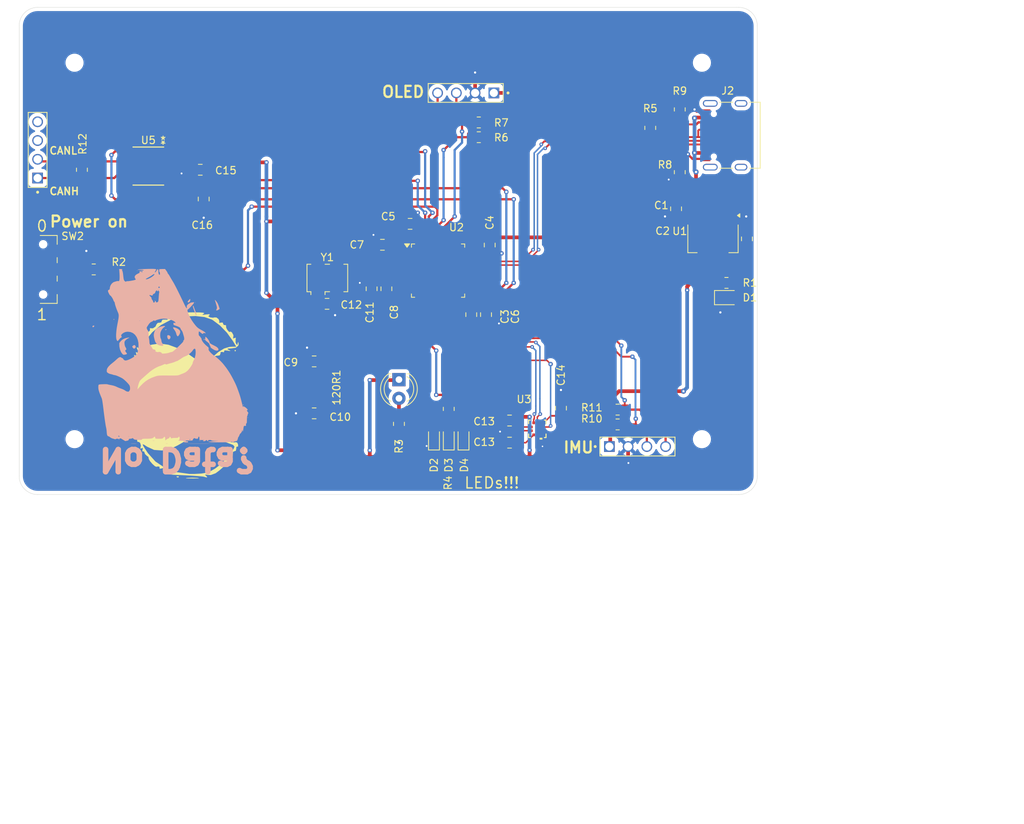
<source format=kicad_pcb>
(kicad_pcb (version 20241229) (generator "pcbnew") (generator_version "9.0")
  (title_block (title "EcoCar Onboarding PCB") (date "2025-10-29") (rev "3") (company "EcoCar"))
  (layers (0 "F.Cu" signal) (2 "B.Cu" signal) (13 "F.Paste" user) (15 "B.Paste" user) (5 "F.SilkS" user "F.Silkscreen") (7 "B.SilkS" user "B.Silkscreen") (1 "F.Mask" user) (3 "B.Mask" user) (25 "Edge.Cuts" user))
  (net 0 "")
  (net 1 "+3V3")
  (net 2 "VBUS")
  (net 3 "GND")
  (net 11 "/CAN_RX")
  (net 12 "/BOOT0")
  (net 15 "/USB_D+")
  (net 17 "/I2C2_SDA_IMU")
  (net 21 "/STD")
  (net 25 "/HSE_in")
  (net 28 "/CC1")
  (net 29 "/USB_D-")
  (net 31 "+3.3VA")
  (net 33 "/CC2")
  (net 34 "/CAN_TX")
  (net 35 "/I2C2_SCL_IMU")
  (net 36 "/NRST")
  (net 37 "/PWR_LED_K")
  (net 38 "Net-(D2-A)")
  (net 39 "/SW_BOOT0")
  (net 40 "Net-(U2-PA4)")
  (net 41 "Net-(U2-PA3)")
  (net 45 "/I2C1_SCL_OLED")
  (net 49 "/CANH")
  (net 50 "/CANL")
  (net 52 "/STBY")
  (net 53 "/SPI_MOSI")
  (net 54 "/SPI_SCK")
  (net 55 "/SPI_MISO")
  (net 56 "/I2C1_SDA_OLED")
  (footprint "Resistor_SMD:R_0805_2012Metric_Pad1.20x1.40mm_HandSolder" (layer "F.Cu") (at 162.27 87.09 180)
    (property "Reference" "R7")
    (property "Value" "1K5")
  )
  (footprint "Button_Switch_SMD:SW_SPDT_CK_JS102011SAQN" (layer "F.Cu") (at 103.25 107 -90)
    (property "Reference" "SW2")
    (property "Value" "SW_SPDT")
  )
  (footprint "Resistor_SMD:R_0805_2012Metric_Pad1.20x1.40mm_HandSolder" (layer "F.Cu") (at 189.5 93.825 -90)
    (property "Reference" "R8")
    (property "Value" "5k1")
  )
  (footprint "Sensor_Pressure:HLGA-10L_2X2X0P73_STM" (layer "F.Cu") (at 170.2 128.6 180)
    (property "Reference" "U3")
    (property "Value" "BME280")
  )
  (footprint "Capacitor_SMD:C_0805_2012Metric_Pad1.18x1.45mm_HandSolder" (layer "F.Cu") (at 173.4 125.8 90)
    (property "Reference" "C14")
    (property "Value" "100n")
  )
  (footprint "Capacitor_SMD:C_0805_2012Metric_Pad1.18x1.45mm_HandSolder" (layer "F.Cu") (at 198.6 102.8625 90)
    (property "Reference" "C2")
    (property "Value" "22u")
  )
  (footprint "Resistor_SMD:R_0805_2012Metric_Pad1.20x1.40mm_HandSolder" (layer "F.Cu") (at 110.1 107)
    (property "Reference" "R2")
    (property "Value" "10k")
  )
  (footprint "Resistor_SMD:R_0805_2012Metric_Pad1.20x1.40mm_HandSolder" (layer "F.Cu") (at 189.5 85.325 90)
    (property "Reference" "R9")
    (property "Value" "5k1")
  )
  (footprint "LED_THT:LED_D4.0mm" (layer "F.Cu") (at 151.451 121.93 -90)
    (property "Reference" "TH1" (hide yes))
    (property "Value" "10K")
  )
  (footprint "Package_TO_SOT_SMD:SOT-223-3_TabPin2" (layer "F.Cu") (at 194 102.825 -90)
    (property "Reference" "U1")
    (property "Value" "AMS1117-3.3")
  )
  (footprint "LED_SMD:LED_0603_1608Metric_Pad1.05x0.95mm_HandSolder" (layer "F.Cu") (at 158.2 129.8 90)
    (property "Reference" "D3")
    (property "Value" "LED_G" (hide yes))
  )
  (footprint "Connector_Pin:Conn_01x04_pin" (layer "F.Cu") (at 102.5 90.81 90)
    (property "Reference" "J5")
    (property "Value" "Conn_01x04_Socket")
  )
  (footprint "Capacitor_SMD:C_0805_2012Metric_Pad1.18x1.45mm_HandSolder" (layer "F.Cu") (at 139.9625 126.5 180)
    (property "Reference" "C10")
    (property "Value" "1u")
  )
  (footprint "MountingHole:MountingHole_2.2mm_M2" (layer "F.Cu") (at 192.5 79)
    (property "Reference" "H2" (hide yes))
    (property "Value" "MountingHole" (hide yes))
  )
  (footprint "Capacitor_SMD:C_0805_2012Metric_Pad1.18x1.45mm_HandSolder" (layer "F.Cu") (at 163.75 103.7 -90)
    (property "Reference" "C4")
    (property "Value" "100n")
  )
  (footprint "Capacitor_SMD:C_0805_2012Metric_Pad1.18x1.45mm_HandSolder" (layer "F.Cu") (at 125 97.4625 -90)
    (property "Reference" "C16")
    (property "Value" "100n")
  )
  (footprint "MountingHole:MountingHole_2.2mm_M2" (layer "F.Cu") (at 192.5 130)
    (property "Reference" "H4" (hide yes))
    (property "Value" "MountingHole" (hide yes))
  )
  (footprint "Resistor_SMD:R_0805_2012Metric_Pad1.20x1.40mm_HandSolder" (layer "F.Cu") (at 185.5 87.825 -90)
    (property "Reference" "R5")
    (property "Value" "1k5")
  )
  (footprint "LED_SMD:LED_0603_1608Metric_Pad1.05x0.95mm_HandSolder" (layer "F.Cu") (at 156.2 129.8 90)
    (property "Reference" "D2")
    (property "Value" "LED_R" (hide yes))
  )
  (footprint "Library:ecocar_logo" (layer "F.Cu") (at 235.886765 181.933271)
    (property "Reference" "G***" (hide yes))
    (property "Value" "LOGO" (hide yes))
  )
  (footprint "Resistor_SMD:R_0805_2012Metric_Pad1.20x1.40mm_HandSolder" (layer "F.Cu") (at 108.5 93.5 90)
    (property "Reference" "R12")
    (property "Value" "120")
  )
  (footprint "Package_QFP:LQFP-48_7x7mm_P0.5mm" (layer "F.Cu") (at 156.75 107.1625)
    (property "Reference" "U2")
    (property "Value" "STM32F103C8T6")
  )
  (footprint "Capacitor_SMD:C_0805_2012Metric_Pad1.18x1.45mm_HandSolder" (layer "F.Cu") (at 189 98.7875 -90)
    (property "Reference" "C1")
    (property "Value" "22u")
  )
  (footprint "LED_SMD:LED_0805_2012Metric" (layer "F.Cu") (at 195.8875 110.825)
    (property "Reference" "D1")
    (property "Value" "LED")
  )
  (footprint "Capacitor_SMD:C_0805_2012Metric_Pad1.18x1.45mm_HandSolder" (layer "F.Cu") (at 141.7125 111.6625)
    (property "Reference" "C12")
    (property "Value" "100n")
  )
  (footprint "MountingHole:MountingHole_2.2mm_M2" (layer "F.Cu") (at 107.5 79)
    (property "Reference" "H1" (hide yes))
    (property "Value" "MountingHole" (hide yes))
  )
  (footprint "Capacitor_SMD:C_0805_2012Metric_Pad1.18x1.45mm_HandSolder" (layer "F.Cu") (at 152.9625 100.825)
    (property "Reference" "C5")
    (property "Value" "100n")
  )
  (footprint "Connector_Pin:Conn_01x04_pin" (layer "F.Cu") (at 183.77 131)
    (property "Reference" "J3")
    (property "Value" "Conn_01x04_Socket")
  )
  (footprint "Resistor_SMD:R_0805_2012Metric_Pad1.20x1.40mm_HandSolder" (layer "F.Cu") (at 195.825 108.825)
    (property "Reference" "R1")
    (property "Value" "1k5")
  )
  (footprint "MountingHole:MountingHole_2.2mm_M2" (layer "F.Cu") (at 107.5 130)
    (property "Reference" "H3" (hide yes))
    (property "Value" "MountingHole" (hide yes))
  )
  (footprint "Capacitor_SMD:C_0805_2012Metric_Pad1.18x1.45mm_HandSolder" (layer "F.Cu") (at 124.5375 93.5 180)
    (property "Reference" "C15")
    (property "Value" "100n")
  )
  (footprint "Oscillator:Oscillator_SMD_TXC_7C-4Pin_5.0x3.2mm" (layer "F.Cu") (at 141.75 108.1625)
    (property "Reference" "Y1")
    (property "Value" "OT32258MJBA4SL")
  )
  (footprint "Connector_USB:USB_C_Receptacle_Palconn_UTC16-G" (layer "F.Cu") (at 195.56 88.825 90)
    (property "Reference" "J2")
    (property "Value" "USB_C_Receptacle_USB2.0_16P")
  )
  (footprint "Capacitor_SMD:C_0805_2012Metric_Pad1.18x1.45mm_HandSolder" (layer "F.Cu") (at 149.2125 103.6625 180)
    (property "Reference" "C7")
    (property "Value" "100n")
  )
  (footprint "Capacitor_SMD:C_0805_2012Metric_Pad1.18x1.45mm_HandSolder" (layer "F.Cu") (at 147.75 109.625 90)
    (property "Reference" "C11")
    (property "Value" "100n")
  )
  (footprint "Resistor_SMD:R_0805_2012Metric_Pad1.20x1.40mm_HandSolder" (layer "F.Cu") (at 151.451 127.93 -90)
    (property "Reference" "R3")
    (property "Value" "10K")
  )
  (footprint "Capacitor_SMD:C_0805_2012Metric_Pad1.18x1.45mm_HandSolder" (layer "F.Cu") (at 166.4375 130.475 180)
    (property "Reference" "C13")
    (property "Value" "100n")
  )
  (footprint "Resistor_SMD:R_0805_2012Metric_Pad1.20x1.40mm_HandSolder" (layer "F.Cu") (at 162.27 89.09 180)
    (property "Reference" "R6")
    (property "Value" "1K5")
  )
  (footprint "Resistor_SMD:R_0805_2012Metric_Pad1.20x1.40mm_HandSolder" (layer "F.Cu") (at 158.2 125.9 90)
    (property "Reference" "R4")
    (property "Value" "1k5")
  )
  (footprint "Capacitor_SMD:C_0805_2012Metric_Pad1.18x1.45mm_HandSolder" (layer "F.Cu") (at 166.4375 127.475 180)
    (property "Reference" "C13")
    (property "Value" "100n")
  )
  (footprint "Capacitor_SMD:C_0805_2012Metric_Pad1.18x1.45mm_HandSolder" (layer "F.Cu") (at 163.25 113.125 -90)
    (property "Reference" "C3")
    (property "Value" "10u")
  )
  (footprint "LED_SMD:LED_0603_1608Metric_Pad1.05x0.95mm_HandSolder" (layer "F.Cu") (at 160.2 129.8 90)
    (property "Reference" "D4")
    (property "Value" "LED_B" (hide yes))
  )
  (footprint "Resistor_SMD:R_0805_2012Metric_Pad1.20x1.40mm_HandSolder" (layer "F.Cu") (at 181.08 128)
    (property "Reference" "R10")
    (property "Value" "1K5")
  )
  (footprint "Capacitor_SMD:C_0805_2012Metric_Pad1.18x1.45mm_HandSolder" (layer "F.Cu") (at 149.75 109.625 90)
    (property "Reference" "C8")
    (property "Value" "10n")
  )
  (footprint "Connector_Pin:Conn_01x04_pin" (layer "F.Cu") (at 160.5 83.09 180)
    (property "Reference" "J1")
    (property "Value" "Conn_01x04_Socket")
  )
  (footprint "Audio_Module:SOIC8_4P9X3P9MC_MCH" (layer "F.Cu") (at 117.5 93 180)
    (property "Reference" "U5")
    (property "Value" "MCP2542FD")
  )
  (footprint "Ferrite_THT:120_Ferrite_bead_SMT" (layer "F.Cu") (at 141 122.8763 90)
    (property "Reference" "120R1")
    (property "Value" "FerriteBead")
  )
  (footprint "Resistor_SMD:R_0805_2012Metric_Pad1.20x1.40mm_HandSolder" (layer "F.Cu") (at 181.08 126)
    (property "Reference" "R11")
    (property "Value" "1K5")
  )
  (footprint "Capacitor_SMD:C_0805_2012Metric_Pad1.18x1.45mm_HandSolder" (layer "F.Cu") (at 161.25 113.125 -90)
    (property "Reference" "C6")
    (property "Value" "100n")
  )
  (footprint "Capacitor_SMD:C_0805_2012Metric_Pad1.18x1.45mm_HandSolder" (layer "F.Cu") (at 139.9625 119.46 180)
    (property "Reference" "C9")
    (property "Value" "1u")
  )
  (footprint "LOGO" (layer "B.Cu") (at 120 118.5)
    (property "Reference" "G***" (hide yes))
    (property "Value" "LOGO" (hide yes))
  )
  (gr_line (start 102.5 71.5) (end 197.5 71.5) (stroke (width 0.05)) (layer "Edge.Cuts"))
  (gr_line (start 196.5 137.5) (end 102.5 137.5) (stroke (width 0.05)) (layer "Edge.Cuts"))
  (gr_line (start 100 74) (end 100 135) (stroke (width 0.05)) (layer "Edge.Cuts"))
  (gr_line (start 200 135) (end 200 74) (stroke (width 0.05)) (layer "Edge.Cuts"))
  (gr_arc (start 197.5 71.5) (mid 199.267767 72.232233) (end 200 74) (stroke (width 0.05)) (layer "Edge.Cuts"))
  (gr_line (start 197.5 137.5) (end 196.5 137.5) (stroke (width 0.05)) (layer "Edge.Cuts"))
  (gr_arc (start 100 74) (mid 100.732233 72.232233) (end 102.5 71.5) (stroke (width 0.05)) (layer "Edge.Cuts"))
  (gr_arc (start 200 135) (mid 199.267767 136.767767) (end 197.5 137.5) (stroke (width 0.05)) (layer "Edge.Cuts"))
  (gr_arc (start 102.5 137.5) (mid 100.732233 136.767767) (end 100 135) (stroke (width 0.05)) (layer "Edge.Cuts"))
  (gr_text "CANH\n" (at 104 97 0) (layer "F.SilkS") (effects (font (size 1 1) (thickness 0.2) (bold yes)) (justify left bottom)))
  (gr_text "IMU" (at 173.58 132 0) (layer "F.SilkS") (effects (font (size 1.5 1.5) (thickness 0.3) (bold yes)) (justify left bottom)))
  (gr_text "OLED" (at 149 83.825 0) (layer "F.SilkS") (effects (font (size 1.5 1.5) (thickness 0.3) (bold yes)) (justify left bottom)))
  (gr_text "CANL" (at 104 91.5 0) (layer "F.SilkS") (effects (font (size 1 1) (thickness 0.1875)) (justify left bottom)))
  (gr_text "LEDs!!!\n" (at 160.2 136.8 0) (layer "F.SilkS") (effects (font (size 1.5 1.5) (thickness 0.1875)) (justify left bottom)))
  (gr_text "Power on" (at 104 101.4 0) (layer "F.SilkS") (effects (font (size 1.5 1.5) (thickness 0.3) (bold yes)) (justify left bottom)))
  (gr_text "1" (at 102.25 114 0) (layer "F.SilkS") (effects (font (size 1.5 1.5) (thickness 0.1875)) (justify left bottom)))
  (gr_text "0\n" (at 102.25 102 0) (layer "F.SilkS") (effects (font (size 1.5 1.5) (thickness 0.1875)) (justify left bottom)))
  (gr_text "No Data?\n" (at 110.5 131 180) (layer "B.SilkS") (effects (font (size 3 3) (thickness 0.75) (bold yes)) (justify left bottom mirror)))
  (segment (start 169.15 126.975) (end 167.975 126.975) (width 0.5) (layer "F.Cu") (net 1))
  (segment (start 191.1625 108.6625) (end 191 108.825) (width 0.5) (layer "F.Cu") (net 1))
  (segment (start 194 108.1625) (end 193.5 108.6625) (width 0.5) (layer "F.Cu") (net 1))
  (segment (start 194 99.675) (end 194 99.325) (width 0.5) (layer "F.Cu") (net 1))
  (segment (start 191 108.825) (end 172.5 108.825) (width 0.5) (layer "F.Cu") (net 1))
  (segment (start 173.4 126.8375) (end 173.4 128.2) (width 0.5) (layer "F.Cu") (net 1))
  (segment (start 140.48 109.2625) (end 140.48 107.0625) (width 0.3) (layer "F.Cu") (net 1))
  (segment (start 170 108.825) (end 166.7375 112.0875) (width 0.5) (layer "F.Cu") (net 1))
  (segment (start 171.15 132.475) (end 171.08 132.405) (width 0.5) (layer "F.Cu") (net 1))
  (segment (start 106.5 109.5) (end 108.6625 111.6625) (width 0.5) (layer "F.Cu") (net 1))
  (segment (start 181.27 123.5) (end 180.08 124.69) (width 0.5) (layer "F.Cu") (net 1))
  (segment (start 180.08 130.88) (end 179.96 131) (width 0.5) (layer "F.Cu") (net 1))
  (segment (start 168.5 94.32) (end 168.5 90.325) (width 0.5) (layer "F.Cu") (net 1))
  (segment (start 170.699999 127.785) (end 171.0775 127.785) (width 0.2) (layer "F.Cu") (net 1))
  (segment (start 171.25 87.575) (end 166.765 83.09) (width 0.5) (layer "F.Cu") (net 1))
  (segment (start 121.865 92.365) (end 119.9638 92.365) (width 0.5) (layer "F.Cu") (net 1))
  (segment (start 169.15 132.405) (end 147.5 132.405) (width 0.5) (layer "F.Cu") (net 1))
  (segment (start 162 104.4125) (end 163.75 102.6625) (width 0.3) (layer "F.Cu") (net 1))
  (segment (start 135 113) (end 135 111.6625) (width 0.5) (layer "F.Cu") (net 1))
  (segment (start 167.475 131.73) (end 168.15 132.405) (width 0.5) (layer "F.Cu") (net 1))
  (segment (start 140.48 102.825) (end 142.48 100.825) (width 0.5) (layer "F.Cu") (net 1))
  (segment (start 141 126.5) (end 141 123.7526) (width 0.5) (layer "F.Cu") (net 1))
  (segment (start 163.25 112.0875) (end 160.2625 112.0875) (width 0.3) (layer "F.Cu") (net 1))
  (segment (start 168.5 94.32) (end 163.27 89.09) (width 0.5) (layer "F.Cu") (net 1))
  (segment (start 142.48 100.825) (end 148.5 100.825) (width 0.5) (layer "F.Cu") (net 1))
  (segment (start 180.08 128) (end 180.08 130.88) (width 0.5) (layer "F.Cu") (net 1))
  (segment (start 173.4 130.225) (end 171.15 132.475) (width 0.5) (layer "F.Cu") (net 1))
  (segment (start 172.5 103.825) (end 171.3375 102.6625) (width 0.5) (layer "F.Cu") (net 1))
  (segment (start 167.975 126.975) (end 167.475 127.475) (width 0.5) (layer "F.Cu") (net 1))
  (segment (start 190.5 109.325) (end 190.5 109.825) (width 0.5) (layer "F.Cu") (net 1))
  (segment (start 167.475 130.475) (end 167.475 131.73) (width 0.5) (layer "F.Cu") (net 1))
  (segment (start 150.25 102.575) (end 150.25 103.6625) (width 0.5) (layer "F.Cu") (net 1))
  (segment (start 140.675 111.6625) (end 140.675 109.4575) (width 0.3) (layer "F.Cu") (net 1))
  (segment (start 125.575 92.425) (end 125.575 93.5) (width 0.5) (layer "F.Cu") (net 1))
  (segment (start 194 105.975) (end 194 107.325) (width 0.5) (layer "F.Cu") (net 1))
  (segment (start 171.3375 102.6625) (end 168.5 102.6625) (width 0.5) (layer "F.Cu") (net 1))
  (segment (start 122.23 92) (end 121.865 92.365) (width 0.5) (layer "F.Cu") (net 1))
  (segment (start 152.5875 104.4125) (end 151 104.4125) (width 0.3) (layer "F.Cu") (net 1))
  (segment (start 168.640001 130.475) (end 169.700001 129.415) (width 0.2) (layer "F.Cu") (net 1))
  (segment (start 154 103) (end 151.925 100.925) (width 0.3) (layer "F.Cu") (net 1))
  (segment (start 168.35 128.35) (end 169.385 128.35) (width 0.2) (layer "F.Cu") (net 1))
  (segment (start 173.4 128.2) (end 173.6 128) (width 0.5) (layer "F.Cu") (net 1))
  (segment (start 166.765 83.09) (end 164.31 83.09) (width 0.5) (layer "F.Cu") (net 1))
  (segment (start 126 92) (end 125.575 92.425) (width 0.5) (layer "F.Cu") (net 1))
  (segment (start 126 92) (end 122.23 92) (width 0.5) (layer "F.Cu") (net 1))
  (segment (start 160.2625 112.0875) (end 159.5 111.325) (width 0.3) (layer "F.Cu") (net 1))
  (segment (start 194.6625 108.6625) (end 193.5 108.6625) (width 0.5) (layer "F.Cu") (net 1))
  (segment (start 172.025 126.8375) (end 173.4 126.8375) (width 0.25) (layer "F.Cu") (net 1))
  (segment (start 194 107.325) (end 194 108) (width 0.5) (layer "F.Cu") (net 1))
  (segment (start 140.5 111.8375) (end 140.675 111.6625) (width 0.5) (layer "F.Cu") (net 1))
  (segment (start 148.5 100.825) (end 150.25 102.575) (width 0.5) (layer "F.Cu") (net 1))
  (segment (start 171.08 132.405) (end 169.15 132.405) (width 0.5) (layer "F.Cu") (net 1))
  (segment (start 163.27 89.09) (end 163.27 87.09) (width 0.3) (layer "F.Cu") (net 1))
  (segment (start 172.5 108.825) (end 170 108.825) (width 0.5) (layer "F.Cu") (net 1))
  (segment (start 140.48 102.305) (end 140.48 102.825) (width 0.5) (layer "F.Cu") (net 1))
  (segment (start 108.6625 111.6625) (end 135 111.6625) (width 0.5) (layer "F.Cu") (net 1))
  (segment (start 148.5 100.825) (end 151.925 100.825) (width 0.5) (layer "F.Cu") (net 1))
  (segment (start 140.48 102.825) (end 140.48 107.0625) (width 0.5) (layer "F.Cu") (net 1))
  (segment (start 168.5 102.6625) (end 163.75 102.6625) (width 0.5) (layer "F.Cu") (net 1))
  (segment (start 135 111.6625) (end 140.675 111.6625) (width 0.5) (layer "F.Cu") (net 1))
  (segment (start 180.08 126) (end 180.08 128) (width 0.5) (layer "F.Cu") (net 1))
  (segment (start 140.675 109.4575) (end 140.48 109.2625) (width 0.3) (layer "F.Cu") (net 1))
  (segment (start 168.5 102.6625) (end 168.5 94.32) (width 0.5) (layer "F.Cu") (net 1))
  (segment (start 180.08 124.69) (end 180.08 126) (width 0.5) (layer "F.Cu") (net 1))
  (segment (start 194.825 108.825) (end 194.6625 108.6625) (width 0.5) (layer "F.Cu") (net 1))
  (segment (start 135 111.6625) (end 133.5 110.1625) (width 0.5) (layer "F.Cu") (net 1))
  (segment (start 151.925 100.925) (end 151.925 100.825) (width 0.3) (layer "F.Cu") (net 1))
  (segment (start 147.5 132.405) (end 147.5 131.5) (width 0.5) (layer "F.Cu") (net 1))
  (segment (start 169.15 132.405) (end 168.15 132.405) (width 0.5) (layer "F.Cu") (net 1))
  (segment (start 147.5 132.405) (end 143.905 132.405) (width 0.5) (layer "F.Cu") (net 1))
  (segment (start 198.825 104.8) (end 197.65 105.975) (width 0.5) (layer "F.Cu") (net 1))
  (segment (start 169.15 132.405) (end 169.15 131.475) (width 0.5) (layer "F.Cu") (net 1))
  (segment (start 133.5 100.5) (end 138.675 100.5) (width 0.5) (layer "F.Cu") (net 1))
  (segment (start 191.1625 108.6625) (end 190.5 109.325) (width 0.5) (layer "F.Cu") (net 1))
  (segment (start 168.5 90.325) (end 171.25 87.575) (width 0.5) (layer "F.Cu") (net 1))
  (segment (start 106 109.5) (end 106.5 109.5) (width 0.5) (layer "F.Cu") (net 1))
  (segment (start 173.4 128.2) (end 173.4 130.225) (width 0.5) (layer "F.Cu") (net 1))
  (segment (start 172.5 108.825) (end 172.5 103.825) (width 0.5) (layer "F.Cu") (net 1))
  (segment (start 147.5 122) (end 151.381 122) (width 0.5) (layer "F.Cu") (net 1))
  (segment (start 167.475 127.475) (end 168.35 128.35) (width 0.2) (layer "F.Cu") (net 1))
  (segment (start 141 131.5) (end 141 126.5) (width 0.5) (layer "F.Cu") (net 1))
  (segment (start 151.381 122) (end 151.451 121.93) (width 0.5) (layer "F.Cu") (net 1))
  (segment (start 151 104.4125) (end 150.25 103.6625) (width 0.3) (layer "F.Cu") (net 1))
  (segment (start 166.7375 112.0875) (end 163.25 112.0875) (width 0.5) (layer "F.Cu") (net 1))
  (segment (start 143 131.5) (end 141 131.5) (width 0.5) (layer "F.Cu") (net 1))
  (segment (start 194 108) (end 194.825 108.825) (width 0.5) (layer "F.Cu") (net 1))
  (segment (start 193.5 108.6625) (end 191.1625 108.6625) (width 0.5) (layer "F.Cu") (net 1))
  (segment (start 171.0775 127.785) (end 172.025 126.8375) (width 0.2) (layer "F.Cu") (net 1))
  (segment (start 126.5 92.5) (end 126 92) (width 0.5) (layer "F.Cu") (net 1))
  (segment (start 194 107.325) (end 194 108.1625) (width 0.5) (layer "F.Cu") (net 1))
  (segment (start 197.65 105.975) (end 194 105.975) (width 0.5) (layer "F.Cu") (net 1))
  (segment (start 160.9125 104.4125) (end 162 104.4125) (width 0.3) (layer "F.Cu") (net 1))
  (segment (start 190 123.5) (end 181.27 123.5) (width 0.5) (layer "F.Cu") (net 1))
  (segment (start 138.675 100.5) (end 140.48 102.305) (width 0.5) (layer "F.Cu") (net 1))
  (segment (start 172 86.825) (end 185.5 86.825) (width 0.5) (layer "F.Cu") (net 1))
  (segment (start 198.825 103.9) (end 198.825 104.8) (width 0.5) (layer "F.Cu") (net 1))
  (segment (start 143.905 132.405) (end 143 131.5) (width 0.5) (layer "F.Cu") (net 1))
  (segment (start 141 131.5) (end 135 131.5) (width 0.5) (layer "F.Cu") (net 1))
  (segment (start 167.475 130.475) (end 168.640001 130.475) (width 0.2) (layer "F.Cu") (net 1))
  (segment (start 173.6 128) (end 180.08 128) (width 0.5) (layer "F.Cu") (net 1))
  (segment (start 171.25 87.575) (end 172 86.825) (width 0.5) (layer "F.Cu") (net 1))
  (segment (start 133.5 92.5) (end 126.5 92.5) (width 0.5) (layer "F.Cu") (net 1))
  (via (at 147.5 131.5) (size 0.6) (drill 0.3) (layers "F.Cu" "B.Cu") (net 1))
  (via (at 169.15 131.475) (size 0.6) (drill 0.25) (layers "F.Cu" "B.Cu") (net 1))
  (via (at 147.5 122) (size 0.6) (drill 0.3) (layers "F.Cu" "B.Cu") (net 1))
  (via (at 135 113) (size 0.6) (drill 0.3) (layers "F.Cu" "B.Cu") (net 1))
  (via (at 135 131.5) (size 0.6) (drill 0.3) (layers "F.Cu" "B.Cu") (net 1))
  (via (at 190 123.5) (size 0.7) (drill 0.3) (layers "F.Cu" "B.Cu") (net 1))
  (via (at 133.5 110.1625) (size 0.6) (drill 0.3) (layers "F.Cu" "B.Cu") (net 1))
  (via (at 169.15 126.975) (size 0.6) (drill 0.25) (layers "F.Cu" "B.Cu") (net 1))
  (via (at 133.5 92.5) (size 0.6) (drill 0.3) (layers "F.Cu" "B.Cu") (net 1))
  (via (at 133.5 100.5) (size 0.6) (drill 0.3) (layers "F.Cu" "B.Cu") (net 1))
  (via (at 190.5 109.825) (size 0.6) (drill 0.25) (layers "F.Cu" "B.Cu") (net 1))
  (segment (start 135 131.5) (end 135 113) (width 0.5) (layer "B.Cu") (net 1))
  (segment (start 133.5 99.825) (end 133.5 100.5) (width 0.5) (layer "B.Cu") (net 1))
  (segment (start 147.5 131.5) (end 147.5 122) (width 0.5) (layer "B.Cu") (net 1))
  (segment (start 190.5 109.825) (end 190.5 123) (width 0.5) (layer "B.Cu") (net 1))
  (segment (start 133.5 100.5) (end 133.5 110.1625) (width 0.5) (layer "B.Cu") (net 1))
  (segment (start 169.15 131.475) (end 169.15 126.975) (width 0.5) (layer "B.Cu") (net 1))
  (segment (start 190.5 123) (end 190 123.5) (width 0.5) (layer "B.Cu") (net 1))
  (segment (start 133.5 92.5) (end 133.5 99.825) (width 0.5) (layer "B.Cu") (net 1))
  (segment (start 193.05 91.225) (end 191.525 91.225) (width 0.5) (layer "F.Cu") (net 2))
  (segment (start 191.45 86.45) (end 191.5 86.5) (width 0.5) (layer "F.Cu") (net 2))
  (segment (start 191.575 86.425) (end 191.5 86.5) (width 0.5) (layer "F.Cu") (net 2))
  (segment (start 189 97.75) (end 191.625 97.75) (width 0.5) (layer "F.Cu") (net 2))
  (segment (start 191.7 93.8) (end 191.7 99.675) (width 0.5) (layer "F.Cu") (net 2))
  (segment (start 191.525 91.225) (end 191.5 91.2) (width 0.5) (layer "F.Cu") (net 2))
  (segment (start 193.05 86.425) (end 191.575 86.425) (width 0.5) (layer "F.Cu") (net 2))
  (via (at 191.5 91.2) (size 0.7) (drill 0.3) (layers "F.Cu" "B.Cu") (net 2))
  (via (at 191.5 86.5) (size 0.7) (drill 0.3) (layers "F.Cu" "B.Cu") (net 2))
  (via (at 191.7 93.8) (size 0.7) (drill 0.3) (layers "F.Cu" "B.Cu") (net 2))
  (segment (start 191.5 93.6) (end 191.5 91.2) (width 0.5) (layer "B.Cu") (net 2))
  (segment (start 191.5 91.2) (end 191.5 86.5) (width 0.5) (layer "B.Cu") (net 2))
  (segment (start 191.7 93.8) (end 191.5 93.6) (width 0.5) (layer "B.Cu") (net 2))
  (segment (start 191.5 84.825) (end 191 84.325) (width 0.3) (layer "F.Cu") (net 3))
  (segment (start 148.175 103.6625) (end 148.175 102.5) (width 0.3) (layer "F.Cu") (net 3))
  (segment (start 167.1 128.85) (end 169.385 128.85) (width 0.2) (layer "F.Cu") (net 3))
  (segment (start 191.8 85.625) (end 191.5 85.325) (width 0.3) (layer "F.Cu") (net 3))
  (segment (start 149.75 108.5875) (end 147.75 108.5875) (width 0.3) (layer "F.Cu") (net 3))
  (segment (start 166.9 128.975) (end 165.15 128.975) (width 0.25) (layer "F.Cu") (net 3))
  (segment (start 148.175 102.5) (end 148 102.325) (width 0.3) (layer "F.Cu") (net 3))
  (segment (start 123 94) (end 123.5 93.5) (width 0.5) (layer "F.Cu") (net 3))
  (segment (start 156.7 130.675) (end 155.45 130.675) (width 0.3) (layer "F.Cu") (net 3))
  (segment (start 198.35 99.675) (end 198.5 99.825) (width 0.5) (layer "F.Cu") (net 3))
  (segment (start 142.8 113.2) (end 142.75 113.15) (width 0.3) (layer "F.Cu") (net 3))
  (segment (start 122 94) (end 123 94) (width 0.5) (layer "F.Cu") (net 3))
  (segment (start 193.05 92.025) (end 191.225 92.025) (width 0.3) (layer "F.Cu") (net 3))
  (segment (start 166.9 128.975) (end 165.4 127.475) (width 0.2) (layer "F.Cu") (net 3))
  (segment (start 160.289152 114.1625) (end 163.25 114.1625) (width 0.3) (layer "F.Cu") (net 3))
  (segment (start 194.95 110.825) (end 194.95 112.775) (width 0.5) (layer "F.Cu") (net 3))
  (segment (start 137.5 126.5) (end 138.925 126.5) (width 0.5) (layer "F.Cu") (net 3))
  (segment (start 191 84.325) (end 189.5 84.325) (width 0.3) (layer "F.Cu") (net 3))
  (segment (start 170.2 129.415) (end 170.699999 129.415) (width 0.2) (layer "F.Cu") (net 3))
  (segment (start 163.575 104.9125) (end 160.9125 104.9125) (width 0.3) (layer "F.Cu") (net 3))
  (segment (start 154 99.325) (end 154 101.657966) (width 0.3) (layer "F.Cu") (net 3))
  (segment (start 159 112.873348) (end 160.289152 114.1625) (width 0.3) (layer "F.Cu") (net 3))
  (segment (start 152.5875 107.9125) (end 150.425 107.9125) (width 0.3) (layer "F.Cu") (net 3))
  (segment (start 163.75 104.7375) (end 163.575 104.9125) (width 0.3) (layer "F.Cu") (net 3))
  (segment (start 170.699999 129.415) (end 170.699999 130.774999) (width 0.2) (layer "F.Cu") (net 3))
  (segment (start 164.8375 114.1625) (end 165 114.325) (width 0.3) (layer "F.Cu") (net 3))
  (segment (start 154 101.657966) (end 154.499 102.156966) (width 0.3) (layer "F.Cu") (net 3))
  (segment (start 142.75 113.15) (end 142.75 111.6625) (width 0.3) (layer "F.Cu") (net 3))
  (segment (start 151.451 128.93) (end 151.451 130.451) (width 0.5) (layer "F.Cu") (net 3))
  (segment (start 165.2625 104.7375) (end 165.35 104.825) (width 0.3) (layer "F.Cu") (net 3))
  (segment (start 161.77 83.09) (end 161.77 80.325) (width 0.5) (layer "F.Cu") (net 3))
  (segment (start 147.5125 108.825) (end 147.75 108.5875) (width 0.3) (layer "F.Cu") (net 3))
  (segment (start 173.4 124.7625) (end 173.4 123.3375) (width 0.3) (layer "F.Cu") (net 3))
  (segment (start 166.9 128.975) (end 166.975 128.975) (width 0.2) (layer "F.Cu") (net 3))
  (segment (start 194.95 112.775) (end 195 112.825) (width 0.5) (layer "F.Cu") (net 3))
  (segment (start 166.9 128.975) (end 165.4 130.475) (width 0.2) (layer "F.Cu") (net 3))
  (segment (start 139 117.6) (end 138.925 117.675) (width 0.5) (layer "F.Cu") (net 3))
  (segment (start 191.225 92.025) (end 190.6 91.4) (width 0.3) (layer "F.Cu") (net 3))
  (segment (start 146.15 108.825) (end 147.5125 108.825) (width 0.3) (layer "F.Cu") (net 3))
  (segment (start 156.7 130.675) (end 159.7 130.675) (width 0.3) (layer "F.Cu") (net 3))
  (segment (start 159 111.325) (end 159 112.873348) (width 0.3) (layer "F.Cu") (net 3))
  (segment (start 166.975 128.975) (end 167.1 128.85) (width 0.2) (layer "F.Cu") (net 3))
  (segment (start 163.75 104.7375) (end 165.2625 104.7375) (width 0.3) (layer "F.Cu") (net 3))
  (segment (start 143.02 111.3925) (end 142.75 111.6625) (width 0.3) (layer "F.Cu") (net 3))
  (segment (start 143.02 109.2625) (end 143.02 111.3925) (width 0.3) (layer "F.Cu") (net 3))
  (segment (start 138.925 117.675) (end 138.925 119.46) (width 0.5) (layer "F.Cu") (net 3))
  (segment (start 182.5 133.19) (end 182.54 133.23) (width 0.5) (layer "F.Cu") (net 3))
  (segment (start 189.5 94.825) (end 188 94.825) (width 0.3) (layer "F.Cu") (net 3))
  (segment (start 171.015 129.099999) (end 170.699999 129.415) (width 0.2) (layer "F.Cu") (net 3))
  (segment (start 196.3 99.675) (end 198.35 99.675) (width 0.5) (layer "F.Cu") (net 3))
  (segment (start 182.5 131) (end 182.5 133.19) (width 0.5) (layer "F.Cu") (net 3))
  (segment (start 171.015 128.85) (end 171.015 129.099999) (width 0.2) (layer "F.Cu") (net 3))
  (segment (start 189 99.825) (end 187.5 99.825) (width 0.5) (layer "F.Cu") (net 3))
  (segment (start 170.699999 130.774999) (end 170.9 130.975) (width 0.2) (layer "F.Cu") (net 3))
  (segment (start 193.05 85.625) (end 191.8 85.625) (width 0.3) (layer "F.Cu") (net 3))
  (segment (start 121.635 93.635) (end 122 94) (width 0.5) (layer "F.Cu") (net 3))
  (segment (start 150.425 107.9125) (end 149.75 108.5875) (width 0.3) (layer "F.Cu") (net 3))
  (segment (start 155.45 130.675) (end 155.2 130.925) (width 0.3) (layer "F.Cu") (net 3))
  (segment (start 198.5 99.825) (end 198.5 101.5) (width 0.5) (layer "F.Cu") (net 3))
  (segment (start 138.54 126.325) (end 138.5 126.365) (width 0.5) (layer "F.Cu") (net 3))
  (segment (start 125 98.5) (end 125 100) (width 0.3) (layer "F.Cu") (net 3))
  (segment (start 119.9638 93.635) (end 121.635 93.635) (width 0.5) (layer "F.Cu") (net 3))
  (segment (start 163.25 114.1625) (end 164.8375 114.1625) (width 0.3) (layer "F.Cu") (net 3))
  (segment (start 151.451 130.451) (end 151.5 130.5) (width 0.5) (layer "F.Cu") (net 3))
  (segment (start 106 104.5) (end 109.1 104.5) (width 0.5) (layer "F.Cu") (net 3))
  (segment (start 191.5 85.325) (end 191.5 84.825) (width 0.3) (layer "F.Cu") (net 3))
  (via (at 125 100) (size 0.6) (drill 0.3) (layers "F.Cu" "B.Cu") (net 3))
  (via (at 190.6 91.4) (size 0.6) (drill 0.25) (layers "F.Cu" "B.Cu") (net 3))
  (via (at 137.5 126.5) (size 0.6) (drill 0.3) (layers "F.Cu" "B.Cu") (net 3))
  (via (at 165.15 128.975) (size 0.6) (drill 0.25) (layers "F.Cu" "B.Cu") (net 3))
  (via (at 161.77 80.325) (size 0.6) (drill 0.3) (layers "F.Cu" "B.Cu") (net 3))
  (via (at 195 112.825) (size 0.7) (drill 0.3) (layers "F.Cu" "B.Cu") (net 3))
  (via (at 122 94) (size 0.6) (drill 0.25) (layers "F.Cu" "B.Cu") (net 3))
  (via (at 198.5 99.825) (size 0.7) (drill 0.3) (layers "F.Cu" "B.Cu") (net 3))
  (via (at 139 117.6) (size 0.6) (drill 0.3) (layers "F.Cu" "B.Cu") (net 3))
  (via (at 165.35 104.825) (size 0.6) (drill 0.25) (layers "F.Cu" "B.Cu") (net 3))
  (via (at 173.4 123.3375) (size 0.6) (drill 0.3) (layers "F.Cu" "B.Cu") (net 3))
  (via (at 151.5 130.5) (size 0.6) (drill 0.3) (layers "F.Cu" "B.Cu") (net 3))
  (via (at 155.2 130.925) (size 0.6) (drill 0.25) (layers "F.Cu" "B.Cu") (net 3))
  (via (at 109.1 104.5) (size 0.6) (drill 0.3) (layers "F.Cu" "B.Cu") (net 3))
  (via (at 170.9 130.975) (size 0.5) (drill 0.2) (layers "F.Cu" "B.Cu") (net 3))
  (via (at 154 99.325) (size 0.6) (drill 0.25) (layers "F.Cu" "B.Cu") (net 3))
  (via (at 182.54 133.23) (size 0.6) (drill 0.25) (layers "F.Cu" "B.Cu") (net 3))
  (via (at 187.5 99.825) (size 0.7) (drill 0.3) (layers "F.Cu" "B.Cu") (net 3))
  (via (at 148 102.325) (size 0.6) (drill 0.25) (layers "F.Cu" "B.Cu") (net 3))
  (via (at 165 114.325) (size 0.6) (drill 0.25) (layers "F.Cu" "B.Cu") (net 3))
  (via (at 191.5 85.325) (size 0.6) (drill 0.3) (layers "F.Cu" "B.Cu") (net 3))
  (via (at 142.8 113.2) (size 0.6) (drill 0.3) (layers "F.Cu" "B.Cu") (net 3))
  (via (at 188 94.825) (size 0.6) (drill 0.25) (layers "F.Cu" "B.Cu") (net 3))
  (via (at 146.15 108.825) (size 0.6) (drill 0.25) (layers "F.Cu" "B.Cu") (net 3))
  (segment (start 154.905 91.095) (end 155 91) (width 0.3) (layer "F.Cu") (net 11))
  (segment (start 155.5 99.825) (end 156 99.325) (width 0.3) (layer "F.Cu") (net 11))
  (segment (start 155.5 103) (end 155.5 99.825) (width 0.3) (layer "F.Cu") (net 11))
  (segment (start 119.9638 91.095) (end 154.905 91.095) (width 0.3) (layer "F.Cu") (net 11))
  (via (at 155 91) (size 0.6) (drill 0.3) (layers "F.Cu" "B.Cu") (net 11))
  (via (at 156 99.325) (size 0.6) (drill 0.25) (layers "F.Cu" "B.Cu") (net 11))
  (segment (start 155 98.325) (end 155 91) (width 0.3) (layer "B.Cu") (net 11))
  (segment (start 156 99.325) (end 155 98.325) (width 0.3) (layer "B.Cu") (net 11))
  (segment (start 156.651 99.674) (end 156 100.325) (width 0.3) (layer "F.Cu") (net 12))
  (segment (start 111.1 107) (end 130.5 107) (width 0.3) (layer "F.Cu") (net 12))
  (segment (start 131.5 98.5) (end 156.325 98.5) (width 0.3) (layer "F.Cu") (net 12))
  (segment (start 156.325 98.5) (end 156.651 98.826) (width 0.3) (layer "F.Cu") (net 12))
  (segment (start 156.651 98.826) (end 156.651 99.674) (width 0.3) (layer "F.Cu") (net 12))
  (segment (start 130.5 107) (end 131 106.5) (width 0.3) (layer "F.Cu") (net 12))
  (segment (start 156 103) (end 156 100.325) (width 0.3) (layer "F.Cu") (net 12))
  (via (at 131.5 98.5) (size 0.6) (drill 0.3) (layers "F.Cu" "B.Cu") (net 12))
  (via (at 131 106.5) (size 0.6) (drill 0.3) (layers "F.Cu" "B.Cu") (net 12))
  (segment (start 131 106.5) (end 131 99) (width 0.3) (layer "B.Cu") (net 12))
  (segment (start 131 99) (end 131.5 98.5) (width 0.3) (layer "B.Cu") (net 12))
  (segment (start 168.0375 105.9125) (end 169.625 104.325) (width 0.2) (layer "F.Cu") (net 15))
  (segment (start 185.5 88.825) (end 184.686 89.639) (width 0.25) (layer "F.Cu") (net 15))
  (segment (start 184.686 89.639) (end 171.15567 89.639) (width 0.25) (layer "F.Cu") (net 15))
  (segment (start 192.125 88.075) (end 193.05 88.075) (width 0.25) (layer "F.Cu") (net 15))
  (segment (start 188.81319 89.639) (end 189.37719 89.075) (width 0.25) (layer "F.Cu") (net 15))
  (segment (start 160.9125 105.9125) (end 168.0375 105.9125) (width 0.2) (layer "F.Cu") (net 15))
  (segment (start 192 88.2) (end 192.125 88.075) (width 0.25) (layer "F.Cu") (net 15))
  (segment (start 169.625 104.325) (end 169.625 104.438603) (width 0.2) (layer "F.Cu") (net 15))
  (segment (start 193.455 88.075) (end 192.428 88.075) (width 0.25) (layer "F.Cu") (net 15))
  (segment (start 185.5 88.825) (end 186.314 89.639) (width 0.25) (layer "F.Cu") (net 15))
  (segment (start 171.15567 89.639) (end 170.734835 90.059835) (width 0.25) (layer "F.Cu") (net 15))
  (segment (start 192 88.2) (end 192 89.075) (width 0.25) (layer "F.Cu") (net 15))
  (segment (start 189.37719 89.075) (end 192 89.075) (width 0.25) (layer "F.Cu") (net 15))
  (segment (start 186.314 89.639) (end 188.81319 89.639) (width 0.25) (layer "F.Cu") (net 15))
  (segment (start 192 89.075) (end 193.455 89.075) (width 0.25) (layer "F.Cu") (net 15))
  (via (at 169.625 104.325) (size 0.5) (drill 0.2) (layers "F.Cu" "B.Cu") (net 15))
  (via (at 170.734835 90.059835) (size 0.5) (drill 0.2) (layers "F.Cu" "B.Cu") (net 15))
  (segment (start 169.774999 104.175001) (end 169.625 104.325) (width 0.2) (layer "B.Cu") (net 15))
  (segment (start 170.734835 90.059835) (end 170.734835 90.271966) (width 0.2) (layer "B.Cu") (net 15))
  (segment (start 169.774999 91.231802) (end 169.774999 104.175001) (width 0.2) (layer "B.Cu") (net 15))
  (segment (start 170.734835 90.271966) (end 169.774999 91.231802) (width 0.2) (layer "B.Cu") (net 15))
  (segment (start 187.58 129.5) (end 187.58 131) (width 0.3) (layer "F.Cu") (net 17))
  (segment (start 181.58 117.325) (end 180.08 115.825) (width 0.25) (layer "F.Cu") (net 17))
  (segment (start 158.5 113.046514) (end 158.5 111.325) (width 0.25) (layer "F.Cu") (net 17))
  (segment (start 184.08 126) (end 187.58 129.5) (width 0.3) (layer "F.Cu") (net 17))
  (segment (start 182.04 124.73) (end 182.04 125.96) (width 0.25) (layer "F.Cu") (net 17))
  (segment (start 182.08 126) (end 184.08 126) (width 0.3) (layer "F.Cu") (net 17))
  (segment (start 182.04 125.96) (end 182.08 126) (width 0.25) (layer "F.Cu") (net 17))
  (segment (start 161.278486 115.825) (end 158.5 113.046514) (width 0.25) (layer "F.Cu") (net 17))
  (segment (start 180.08 115.825) (end 161.278486 115.825) (width 0.25) (layer "F.Cu") (net 17))
  (via (at 181.58 117.325) (size 0.6) (drill 0.25) (layers "F.Cu" "B.Cu") (net 17))
  (via (at 182.04 124.73) (size 0.6) (drill 0.25) (layers "F.Cu" "B.Cu") (net 17))
  (segment (start 182.04 124.73) (end 181.58 124.27) (width 0.25) (layer "B.Cu") (net 17))
  (segment (start 181.58 124.27) (end 181.58 117.325) (width 0.25) (layer "B.Cu") (net 17))
  (segment (start 115.0362 94.905) (end 116.1312 96) (width 0.3) (layer "F.Cu") (net 21))
  (segment (start 165.4125 109.4125) (end 166 108.825) (width 0.3) (layer "F.Cu") (net 21))
  (segment (start 165.5 96) (end 166 96.5) (width 0.3) (layer "F.Cu") (net 21))
  (segment (start 160.9125 109.4125) (end 165.4125 109.4125) (width 0.3) (layer "F.Cu") (net 21))
  (segment (start 116.1312 96) (end 165.5 96) (width 0.3) (layer "F.Cu") (net 21))
  (via (at 166 108.825) (size 0.6) (drill 0.25) (layers "F.Cu" "B.Cu") (net 21))
  (via (at 166 96.5) (size 0.6) (drill 0.3) (layers "F.Cu" "B.Cu") (net 21))
  (segment (start 166 108.825) (end 166 96.5) (width 0.3) (layer "B.Cu") (net 21))
  (segment (start 166 96.5) (end 166 96.325) (width 0.3) (layer "B.Cu") (net 21))
  (segment (start 152.5875 106.4125) (end 143.67 106.4125) (width 0.3) (layer "F.Cu") (net 25))
  (segment (start 143.67 106.4125) (end 143.02 107.0625) (width 0.3) (layer "F.Cu") (net 25))
  (segment (start 193.455 90.075) (end 192.588665 90.075) (width 0.25) (layer "F.Cu") (net 28))
  (segment (start 190.75 90.075) (end 193.05 90.075) (width 0.25) (layer "F.Cu") (net 28))
  (segment (start 189.5 91.325) (end 190.75 90.075) (width 0.25) (layer "F.Cu") (net 28))
  (segment (start 189.5 91.325) (end 189.5 92.825) (width 0.25) (layer "F.Cu") (net 28))
  (segment (start 194.506 88.599) (end 194.482 88.575) (width 0.25) (layer "F.Cu") (net 29))
  (segment (start 171.76533 90.09) (end 171.265165 90.590165) (width 0.25) (layer "F.Cu") (net 29))
  (segment (start 193.455 89.575) (end 192 89.575) (width 0.25) (layer "F.Cu") (net 29))
  (segment (start 194.506 89.551) (end 194.506 88.599) (width 0.25) (layer "F.Cu") (net 29))
  (segment (start 189.515 89.575) (end 192.5 89.575) (width 0.25) (layer "F.Cu") (net 29))
  (segment (start 168.316732 106.4125) (end 170.375 104.354232) (width 0.2) (layer "F.Cu") (net 29))
  (segment (start 189 90.09) (end 171.76533 90.09) (width 0.25) (layer "F.Cu") (net 29))
  (segment (start 192.428 89.575) (end 192.5 89.575) (width 0.25) (layer "F.Cu") (net 29))
  (segment (start 170.375 104.389588) (end 170.375 104.325) (width 0.25) (layer "F.Cu") (net 29))
  (segment (start 189 90.09) (end 189.515 89.575) (width 0.25) (layer "F.Cu") (net 29))
  (segment (start 194.482 88.575) (end 193.455 88.575) (width 0.25) (layer "F.Cu") (net 29))
  (segment (start 192.428 89.575) (end 194.482 89.575) (width 0.25) (layer "F.Cu") (net 29))
  (segment (start 194.482 89.575) (end 194.506 89.551) (width 0.25) (layer "F.Cu") (net 29))
  (segment (start 192.5 89.575) (end 193.455 89.575) (width 0.25) (layer "F.Cu") (net 29))
  (segment (start 160.9125 106.4125) (end 168.316732 106.4125) (width 0.2) (layer "F.Cu") (net 29))
  (segment (start 170.375 104.354232) (end 170.375 104.325) (width 0.2) (layer "F.Cu") (net 29))
  (via (at 170.375 104.325) (size 0.5) (drill 0.2) (layers "F.Cu" "B.Cu") (net 29))
  (via (at 171.265165 90.590165) (size 0.5) (drill 0.2) (layers "F.Cu" "B.Cu") (net 29))
  (segment (start 170.225 91.418199) (end 170.225001 91.4182) (width 0.2) (layer "B.Cu") (net 29))
  (segment (start 170.225001 104.175001) (end 170.375 104.325) (width 0.2) (layer "B.Cu") (net 29))
  (segment (start 171.053034 90.590165) (end 170.225 91.418199) (width 0.2) (layer "B.Cu") (net 29))
  (segment (start 170.225001 91.4182) (end 170.225001 104.175001) (width 0.2) (layer "B.Cu") (net 29))
  (segment (start 171.265165 90.590165) (end 171.053034 90.590165) (width 0.2) (layer "B.Cu") (net 29))
  (segment (start 141 119.46) (end 148.04 119.46) (width 0.5) (layer "F.Cu") (net 31))
  (segment (start 149.75 117.75) (end 149.75 110.6625) (width 0.5) (layer "F.Cu") (net 31))
  (segment (start 152.5875 108.4125) (end 151.59437 108.4125) (width 0.3) (layer "F.Cu") (net 31))
  (segment (start 151.25 108.75687) (end 151.25 110.6625) (width 0.3) (layer "F.Cu") (net 31))
  (segment (start 141 122) (end 141 119.46) (width 0.5) (layer "F.Cu") (net 31))
  (segment (start 151.59437 108.4125) (end 151.25 108.75687) (width 0.3) (layer "F.Cu") (net 31))
  (segment (start 151.25 110.6625) (end 149.75 110.6625) (width 0.3) (layer "F.Cu") (net 31))
  (segment (start 148.04 119.46) (end 149.75 117.75) (width 0.5) (layer "F.Cu") (net 31))
  (segment (start 192.030331 87.075) (end 191.75 87.355331) (width 0.3) (layer "F.Cu") (net 33))
  (segment (start 189.5 86.325) (end 190.530331 87.355331) (width 0.25) (layer "F.Cu") (net 33))
  (segment (start 193.455 87.075) (end 192.030331 87.075) (width 0.3) (layer "F.Cu") (net 33))
  (segment (start 190.530331 87.355331) (end 191.75 87.355331) (width 0.25) (layer "F.Cu") (net 33))
  (segment (start 152.905 94.905) (end 119.9638 94.905) (width 0.3) (layer "F.Cu") (net 34))
  (segment (start 154 95) (end 153 95) (width 0.3) (layer "F.Cu") (net 34))
  (segment (start 153 95) (end 152.905 94.905) (width 0.3) (layer "F.Cu") (net 34))
  (segment (start 155 103) (end 155 99.325) (width 0.3) (layer "F.Cu") (net 34))
  (via (at 154 95) (size 0.6) (drill 0.3) (layers "F.Cu" "B.Cu") (net 34))
  (via (at 155 99.325) (size 0.6) (drill 0.25) (layers "F.Cu" "B.Cu") (net 34))
  (segment (start 154 98.325) (end 154 95) (width 0.3) (layer "B.Cu") (net 34))
  (segment (start 155 99.325) (end 154 98.325) (width 0.3) (layer "B.Cu") (net 34))
  (segment (start 158 113.184324) (end 161.140676 116.325) (width 0.25) (layer "F.Cu") (net 35))
  (segment (start 183.54 127.96) (end 183.58 128) (width 0.25) (layer "F.Cu") (net 35))
  (segment (start 183.54 127.23) (end 183.54 127.96) (width 0.25) (layer "F.Cu") (net 35))
  (segment (start 158 111.325) (end 158 113.184324) (width 0.25) (layer "F.Cu") (net 35))
  (segment (start 182.08 128) (end 183.58 128) (width 0.3) (layer "F.Cu") (net 35))
  (segment (start 179.08 116.325) (end 181.58 118.825) (width 0.25) (layer "F.Cu") (net 35))
  (segment (start 185.04 129.46) (end 185.04 131) (width 0.3) (layer "F.Cu") (net 35))
  (segment (start 181.58 118.825) (end 183.08 118.825) (width 0.25) (layer "F.Cu") (net 35))
  (segment (start 161.140676 116.325) (end 179.08 116.325) (width 0.25) (layer "F.Cu") (net 35))
  (segment (start 183.58 128) (end 185.04 129.46) (width 0.3) (layer "F.Cu") (net 35))
  (via (at 183.08 118.825) (size 0.6) (drill 0.25) (layers "F.Cu" "B.Cu") (net 35))
  (via (at 183.54 127.23) (size 0.6) (drill 0.25) (layers "F.Cu" "B.Cu") (net 35))
  (segment (start 183.5 127.19) (end 183.5 119.245) (width 0.25) (layer "B.Cu") (net 35))
  (segment (start 183.5 119.245) (end 183.08 118.825) (width 0.25) (layer "B.Cu") (net 35))
  (segment (start 183.54 127.23) (end 183.5 127.19) (width 0.25) (layer "B.Cu") (net 35))
  (segment (start 146.3375 110.6625) (end 147.75 110.6625) (width 0.3) (layer "F.Cu") (net 36))
  (segment (start 145.5 108.325) (end 145.5 109.825) (width 0.3) (layer "F.Cu") (net 36))
  (segment (start 146.4125 107.4125) (end 145.5 108.325) (width 0.3) (layer "F.Cu") (net 36))
  (segment (start 145.5 109.825) (end 146.3375 110.6625) (width 0.3) (layer "F.Cu") (net 36))
  (segment (start 152.5875 107.4125) (end 146.4125 107.4125) (width 0.3) (layer "F.Cu") (net 36))
  (segment (start 196.825 108.825) (end 196.825 110.825) (width 0.5) (layer "F.Cu") (net 37))
  (segment (start 158.2 126.925) (end 158.2 128.925) (width 0.3) (layer "F.Cu") (net 38))
  (segment (start 156.7 128.925) (end 159.7 128.925) (width 0.3) (layer "F.Cu") (net 38))
  (segment (start 106 107) (end 109.1 107) (width 0.5) (layer "F.Cu") (net 39))
  (segment (start 156.5 124) (end 157.3 124) (width 0.3) (layer "F.Cu") (net 40))
  (segment (start 157.3 124) (end 158.2 124.9) (width 0.3) (layer "F.Cu") (net 40))
  (segment (start 154.5 116) (end 154.5 111.325) (width 0.3) (layer "F.Cu") (net 40))
  (segment (start 156.5 118) (end 154.5 116) (width 0.3) (layer "F.Cu") (net 40))
  (via (at 156.5 118) (size 0.6) (drill 0.3) (layers "F.Cu" "B.Cu") (net 40))
  (via (at 156.5 124) (size 0.6) (drill 0.3) (layers "F.Cu" "B.Cu") (net 40))
  (segment (start 156.5 124) (end 156.5 118) (width 0.3) (layer "B.Cu") (net 40))
  (segment (start 153.899 116.724) (end 155 117.825) (width 0.5) (layer "F.Cu") (net 41))
  (segment (start 151.451 126.93) (end 154.07 126.93) (width 0.5) (layer "F.Cu") (net 41))
  (segment (start 151.451 124.47) (end 151.451 126.93) (width 0.5) (layer "F.Cu") (net 41))
  (segment (start 154.07 126.93) (end 155 126) (width 0.5) (layer "F.Cu") (net 41))
  (segment (start 153.899 116.724) (end 153.899 111.325) (width 0.5) (layer "F.Cu") (net 41))
  (segment (start 155 117.825) (end 155 126) (width 0.5) (layer "F.Cu") (net 41))
  (segment (start 157 101.825) (end 159 99.825) (width 0.3) (layer "F.Cu") (net 45))
  (segment (start 157 103) (end 157 101.825) (width 0.3) (layer "F.Cu") (net 45))
  (segment (start 161.27 87.09) (end 160.265 87.09) (width 0.3) (layer "F.Cu") (net 45))
  (segment (start 160.265 87.09) (end 160 86.825) (width 0.3) (layer "F.Cu") (net 45))
  (segment (start 160 86.825) (end 159.23 86.055) (width 0.3) (layer "F.Cu") (net 45))
  (segment (start 160 88.325) (end 160 87.355) (width 0.3) (layer "F.Cu") (net 45))
  (segment (start 159.23 86.055) (end 159.23 83.09) (width 0.3) (layer "F.Cu") (net 45))
  (segment (start 160 87.355) (end 160.265 87.09) (width 0.3) (layer "F.Cu") (net 45))
  (via (at 159 99.825) (size 0.6) (drill 0.25) (layers "F.Cu" "B.Cu") (net 45))
  (via (at 160 88.325) (size 0.6) (drill 0.25) (layers "F.Cu" "B.Cu") (net 45))
  (segment (start 159 90.825) (end 160 89.825) (width 0.3) (layer "B.Cu") (net 45))
  (segment (start 160 89.825) (end 160 88.325) (width 0.3) (layer "B.Cu") (net 45))
  (segment (start 159 99.825) (end 159 90.825) (width 0.3) (layer "B.Cu") (net 45))
  (segment (start 113.865 93.635) (end 115.0362 93.635) (width 0.3) (layer "F.Cu") (net 49))
  (segment (start 112.88 94.62) (end 113.865 93.635) (width 0.3) (layer "F.Cu") (net 49))
  (segment (start 102.5 94.62) (end 112.88 94.62) (width 0.3) (layer "F.Cu") (net 49))
  (segment (start 102.785 92.365) (end 115.0362 92.365) (width 0.3) (layer "F.Cu") (net 50))
  (segment (start 102.5 92.08) (end 102.785 92.365) (width 0.3) (layer "F.Cu") (net 50))
  (segment (start 122 100.5) (end 122 97.5) (width 0.3) (layer "F.Cu") (net 52))
  (segment (start 126 102) (end 123.5 102) (width 0.3) (layer "F.Cu") (net 52))
  (segment (start 114.9412 91) (end 115.0362 91.095) (width 0.3) (layer "F.Cu") (net 52))
  (segment (start 167 97.5) (end 127.5 97.5) (width 0.3) (layer "F.Cu") (net 52))
  (segment (start 165.9125 109.9125) (end 167 108.825) (width 0.3) (layer "F.Cu") (net 52))
  (segment (start 127.5 97.5) (end 127.5 100.5) (width 0.3) (layer "F.Cu") (net 52))
  (segment (start 160.9125 109.9125) (end 165.9125 109.9125) (width 0.3) (layer "F.Cu") (net 52))
  (segment (start 127.5 100.5) (end 126 102) (width 0.3) (layer "F.Cu") (net 52))
  (segment (start 123.5 102) (end 122 100.5) (width 0.3) (layer "F.Cu") (net 52))
  (segment (start 112.5 91.5) (end 113 91) (width 0.3) (layer "F.Cu") (net 52))
  (segment (start 122 97.5) (end 113 97.5) (width 0.3) (layer "F.Cu") (net 52))
  (segment (start 113 97.5) (end 112.5 97) (width 0.3) (layer "F.Cu") (net 52))
  (segment (start 113 91) (end 114.9412 91) (width 0.3) (layer "F.Cu") (net 52))
  (via (at 112.5 97) (size 0.6) (drill 0.3) (layers "F.Cu" "B.Cu") (net 52))
  (via (at 167 97.5) (size 0.6) (drill 0.3) (layers "F.Cu" "B.Cu") (net 52))
  (via (at 167 108.825) (size 0.6) (drill 0.25) (layers "F.Cu" "B.Cu") (net 52))
  (via (at 112.5 91.5) (size 0.6) (drill 0.25) (layers "F.Cu" "B.Cu") (net 52))
  (segment (start 167 108.825) (end 167 97.5) (width 0.3) (layer "B.Cu") (net 52))
  (segment (start 112.5 97) (end 112.5 91.5) (width 0.3) (layer "B.Cu") (net 52))
  (segment (start 170 116.9) (end 169.925 116.825) (width 0.2) (layer "F.Cu") (net 53))
  (segment (start 160.5 116.825) (end 156 112.325) (width 0.2) (layer "F.Cu") (net 53))
  (segment (start 169.925 116.825) (end 160.5 116.825) (width 0.2) (layer "F.Cu") (net 53))
  (segment (start 170.2 127) (end 170.2 127.785) (width 0.2) (layer "F.Cu") (net 53))
  (segment (start 170.6 126.6) (end 170.2 127) (width 0.2) (layer "F.Cu") (net 53))
  (segment (start 156 112.325) (end 156 111.325) (width 0.2) (layer "F.Cu") (net 53))
  (via (at 170 116.9) (size 0.5) (drill 0.2) (layers "F.Cu" "B.Cu") (net 53))
  (via (at 170.6 126.6) (size 0.5) (drill 0.2) (layers "F.Cu" "B.Cu") (net 53))
  (segment (start 170.55 117.45) (end 170 116.9) (width 0.2) (layer "B.Cu") (net 53))
  (segment (start 170.55 124.5) (end 170.55 117.45) (width 0.2) (layer "B.Cu") (net 53))
  (segment (start 170.55 126.55) (end 170.6 126.6) (width 0.2) (layer "B.Cu") (net 53))
  (segment (start 170.55 124.5) (end 170.55 126.55) (width 0.2) (layer "B.Cu") (net 53))
  (segment (start 160.5 119.325) (end 171.5 119.325) (width 0.2) (layer "F.Cu") (net 54))
  (segment (start 171.5 119.325) (end 172 119.825) (width 0.2) (layer "F.Cu") (net 54))
  (segment (start 171.015 128.35) (end 171.85 128.35) (width 0.2) (layer "F.Cu") (net 54))
  (segment (start 171.85 128.35) (end 172 128.2) (width 0.2) (layer "F.Cu") (net 54))
  (segment (start 155 111.325) (end 155 113.825) (width 0.2) (layer "F.Cu") (net 54))
  (segment (start 155 113.825) (end 160.5 119.325) (width 0.2) (layer "F.Cu") (net 54))
  (via (at 172 119.825) (size 0.6) (drill 0.25) (layers "F.Cu" "B.Cu") (net 54))
  (via (at 172 128.2) (size 0.5) (drill 0.2) (layers "F.Cu" "B.Cu") (net 54))
  (segment (start 172 128.2) (end 172 119.825) (width 0.2) (layer "B.Cu") (net 54))
  (segment (start 155.5 113.325) (end 155.5 111.325) (width 0.2) (layer "F.Cu") (net 55))
  (segment (start 159.675 117.5) (end 159.5 117.325) (width 0.2) (layer "F.Cu") (net 55))
  (segment (start 159.5 117.325) (end 155.5 113.325) (width 0.2) (layer "F.Cu") (net 55))
  (segment (start 169.8 127.218891) (end 169.700001 127.31889) (width 0.2) (layer "F.Cu") (net 55))
  (segment (start 169.5 117.5) (end 159.675 117.5) (width 0.2) (layer "F.Cu") (net 55))
  (segment (start 169.700001 127.31889) (end 169.700001 127.785) (width 0.2) (layer "F.Cu") (net 55))
  (segment (start 169.8 126.6) (end 169.8 127.218891) (width 0.2) (layer "F.Cu") (net 55))
  (via (at 169.8 126.6) (size 0.5) (drill 0.2) (layers "F.Cu" "B.Cu") (net 55))
  (via (at 169.5 117.5) (size 0.5) (drill 0.2) (layers "F.Cu" "B.Cu") (net 55))
  (segment (start 170 125.5) (end 170 126.4) (width 0.2) (layer "B.Cu") (net 55))
  (segment (start 170 118) (end 169.5 117.5) (width 0.2) (layer "B.Cu") (net 55))
  (segment (start 170 125.5) (end 170 118) (width 0.2) (layer "B.Cu") (net 55))
  (segment (start 170 126.4) (end 169.8 126.6) (width 0.2) (layer "B.Cu") (net 55))
  (segment (start 157.535 90.825) (end 159.27 89.09) (width 0.3) (layer "F.Cu") (net 56))
  (segment (start 161.27 89.09) (end 159.265 89.09) (width 0.3) (layer "F.Cu") (net 56))
  (segment (start 156.5 101.325) (end 157.5 100.325) (width 0.3) (layer "F.Cu") (net 56))
  (segment (start 156.5 103) (end 156.5 101.325) (width 0.3) (layer "F.Cu") (net 56))
  (segment (start 156.69 86.515) (end 156.69 83.09) (width 0.3) (layer "F.Cu") (net 56))
  (segment (start 159.265 89.09) (end 156.69 86.515) (width 0.3) (layer "F.Cu") (net 56))
  (segment (start 157.5 90.825) (end 157.535 90.825) (width 0.3) (layer "F.Cu") (net 56))
  (via (at 157.5 90.825) (size 0.6) (drill 0.25) (layers "F.Cu" "B.Cu") (net 56))
  (via (at 157.5 100.325) (size 0.6) (drill 0.25) (layers "F.Cu" "B.Cu") (net 56))
  (segment (start 157.5 100.325) (end 157.5 91.825) (width 0.3) (layer "B.Cu") (net 56))
  (segment (start 157.5 91.825) (end 157.5 90.825) (width 0.3) (layer "B.Cu") (net 56))
  (zone (net 1) (net_name "+3V3") (layer "F.Cu") (priority 1) (connect_pads yes (clearance 0.5)) (min_thickness 0.25) (fill yes (thermal_gap 0.5) (thermal_bridge_width 0.5))
    (polygon (pts (xy 193.5 100.325) (xy 193.5 105.825) (xy 194.5 105.825) (xy 194.5 100.325)))
  )
  (zone (net 3) (net_name "GND") (layer "B.Cu") (connect_pads (clearance 0.5)) (min_thickness 0.25) (fill yes (thermal_gap 0.5) (thermal_bridge_width 0.5))
    (polygon (pts (xy 200 71) (xy 200 137.5) (xy 100 137.5) (xy 100 70.5) (xy 200 70.5)))
  )
)
</source>
